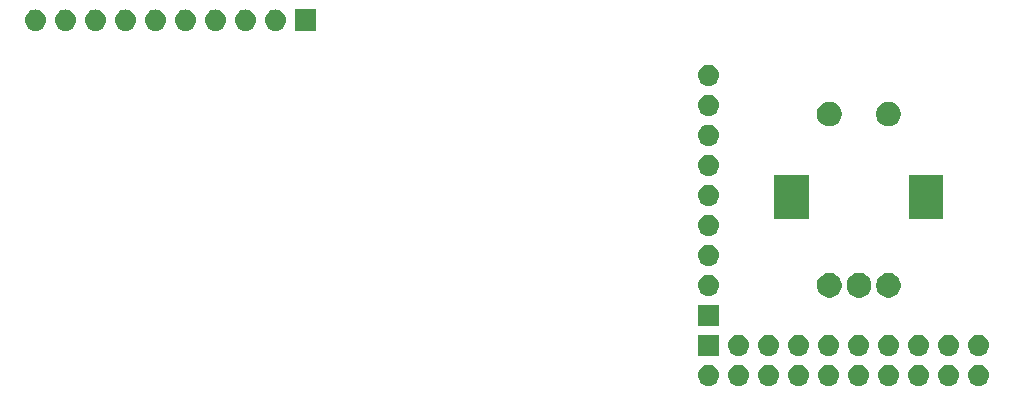
<source format=gbs>
G04 #@! TF.GenerationSoftware,KiCad,Pcbnew,(5.1.4-0)*
G04 #@! TF.CreationDate,2019-11-11T14:35:41+00:00*
G04 #@! TF.ProjectId,2M_DRA818V_Transceiver_tft_encoder,324d5f44-5241-4383-9138-565f5472616e,rev?*
G04 #@! TF.SameCoordinates,Original*
G04 #@! TF.FileFunction,Soldermask,Bot*
G04 #@! TF.FilePolarity,Negative*
%FSLAX46Y46*%
G04 Gerber Fmt 4.6, Leading zero omitted, Abs format (unit mm)*
G04 Created by KiCad (PCBNEW (5.1.4-0)) date 2019-11-11 14:35:41*
%MOMM*%
%LPD*%
G04 APERTURE LIST*
%ADD10C,0.100000*%
G04 APERTURE END LIST*
D10*
G36*
X137016443Y-144012519D02*
G01*
X137082627Y-144019037D01*
X137252466Y-144070557D01*
X137408991Y-144154222D01*
X137444729Y-144183552D01*
X137546186Y-144266814D01*
X137629448Y-144368271D01*
X137658778Y-144404009D01*
X137742443Y-144560534D01*
X137793963Y-144730373D01*
X137811359Y-144907000D01*
X137793963Y-145083627D01*
X137742443Y-145253466D01*
X137658778Y-145409991D01*
X137629448Y-145445729D01*
X137546186Y-145547186D01*
X137444729Y-145630448D01*
X137408991Y-145659778D01*
X137252466Y-145743443D01*
X137082627Y-145794963D01*
X137016442Y-145801482D01*
X136950260Y-145808000D01*
X136861740Y-145808000D01*
X136795558Y-145801482D01*
X136729373Y-145794963D01*
X136559534Y-145743443D01*
X136403009Y-145659778D01*
X136367271Y-145630448D01*
X136265814Y-145547186D01*
X136182552Y-145445729D01*
X136153222Y-145409991D01*
X136069557Y-145253466D01*
X136018037Y-145083627D01*
X136000641Y-144907000D01*
X136018037Y-144730373D01*
X136069557Y-144560534D01*
X136153222Y-144404009D01*
X136182552Y-144368271D01*
X136265814Y-144266814D01*
X136367271Y-144183552D01*
X136403009Y-144154222D01*
X136559534Y-144070557D01*
X136729373Y-144019037D01*
X136795557Y-144012519D01*
X136861740Y-144006000D01*
X136950260Y-144006000D01*
X137016443Y-144012519D01*
X137016443Y-144012519D01*
G37*
G36*
X134476443Y-144012519D02*
G01*
X134542627Y-144019037D01*
X134712466Y-144070557D01*
X134868991Y-144154222D01*
X134904729Y-144183552D01*
X135006186Y-144266814D01*
X135089448Y-144368271D01*
X135118778Y-144404009D01*
X135202443Y-144560534D01*
X135253963Y-144730373D01*
X135271359Y-144907000D01*
X135253963Y-145083627D01*
X135202443Y-145253466D01*
X135118778Y-145409991D01*
X135089448Y-145445729D01*
X135006186Y-145547186D01*
X134904729Y-145630448D01*
X134868991Y-145659778D01*
X134712466Y-145743443D01*
X134542627Y-145794963D01*
X134476442Y-145801482D01*
X134410260Y-145808000D01*
X134321740Y-145808000D01*
X134255558Y-145801482D01*
X134189373Y-145794963D01*
X134019534Y-145743443D01*
X133863009Y-145659778D01*
X133827271Y-145630448D01*
X133725814Y-145547186D01*
X133642552Y-145445729D01*
X133613222Y-145409991D01*
X133529557Y-145253466D01*
X133478037Y-145083627D01*
X133460641Y-144907000D01*
X133478037Y-144730373D01*
X133529557Y-144560534D01*
X133613222Y-144404009D01*
X133642552Y-144368271D01*
X133725814Y-144266814D01*
X133827271Y-144183552D01*
X133863009Y-144154222D01*
X134019534Y-144070557D01*
X134189373Y-144019037D01*
X134255557Y-144012519D01*
X134321740Y-144006000D01*
X134410260Y-144006000D01*
X134476443Y-144012519D01*
X134476443Y-144012519D01*
G37*
G36*
X131936443Y-144012519D02*
G01*
X132002627Y-144019037D01*
X132172466Y-144070557D01*
X132328991Y-144154222D01*
X132364729Y-144183552D01*
X132466186Y-144266814D01*
X132549448Y-144368271D01*
X132578778Y-144404009D01*
X132662443Y-144560534D01*
X132713963Y-144730373D01*
X132731359Y-144907000D01*
X132713963Y-145083627D01*
X132662443Y-145253466D01*
X132578778Y-145409991D01*
X132549448Y-145445729D01*
X132466186Y-145547186D01*
X132364729Y-145630448D01*
X132328991Y-145659778D01*
X132172466Y-145743443D01*
X132002627Y-145794963D01*
X131936442Y-145801482D01*
X131870260Y-145808000D01*
X131781740Y-145808000D01*
X131715558Y-145801482D01*
X131649373Y-145794963D01*
X131479534Y-145743443D01*
X131323009Y-145659778D01*
X131287271Y-145630448D01*
X131185814Y-145547186D01*
X131102552Y-145445729D01*
X131073222Y-145409991D01*
X130989557Y-145253466D01*
X130938037Y-145083627D01*
X130920641Y-144907000D01*
X130938037Y-144730373D01*
X130989557Y-144560534D01*
X131073222Y-144404009D01*
X131102552Y-144368271D01*
X131185814Y-144266814D01*
X131287271Y-144183552D01*
X131323009Y-144154222D01*
X131479534Y-144070557D01*
X131649373Y-144019037D01*
X131715557Y-144012519D01*
X131781740Y-144006000D01*
X131870260Y-144006000D01*
X131936443Y-144012519D01*
X131936443Y-144012519D01*
G37*
G36*
X129396443Y-144012519D02*
G01*
X129462627Y-144019037D01*
X129632466Y-144070557D01*
X129788991Y-144154222D01*
X129824729Y-144183552D01*
X129926186Y-144266814D01*
X130009448Y-144368271D01*
X130038778Y-144404009D01*
X130122443Y-144560534D01*
X130173963Y-144730373D01*
X130191359Y-144907000D01*
X130173963Y-145083627D01*
X130122443Y-145253466D01*
X130038778Y-145409991D01*
X130009448Y-145445729D01*
X129926186Y-145547186D01*
X129824729Y-145630448D01*
X129788991Y-145659778D01*
X129632466Y-145743443D01*
X129462627Y-145794963D01*
X129396442Y-145801482D01*
X129330260Y-145808000D01*
X129241740Y-145808000D01*
X129175558Y-145801482D01*
X129109373Y-145794963D01*
X128939534Y-145743443D01*
X128783009Y-145659778D01*
X128747271Y-145630448D01*
X128645814Y-145547186D01*
X128562552Y-145445729D01*
X128533222Y-145409991D01*
X128449557Y-145253466D01*
X128398037Y-145083627D01*
X128380641Y-144907000D01*
X128398037Y-144730373D01*
X128449557Y-144560534D01*
X128533222Y-144404009D01*
X128562552Y-144368271D01*
X128645814Y-144266814D01*
X128747271Y-144183552D01*
X128783009Y-144154222D01*
X128939534Y-144070557D01*
X129109373Y-144019037D01*
X129175557Y-144012519D01*
X129241740Y-144006000D01*
X129330260Y-144006000D01*
X129396443Y-144012519D01*
X129396443Y-144012519D01*
G37*
G36*
X126856443Y-144012519D02*
G01*
X126922627Y-144019037D01*
X127092466Y-144070557D01*
X127248991Y-144154222D01*
X127284729Y-144183552D01*
X127386186Y-144266814D01*
X127469448Y-144368271D01*
X127498778Y-144404009D01*
X127582443Y-144560534D01*
X127633963Y-144730373D01*
X127651359Y-144907000D01*
X127633963Y-145083627D01*
X127582443Y-145253466D01*
X127498778Y-145409991D01*
X127469448Y-145445729D01*
X127386186Y-145547186D01*
X127284729Y-145630448D01*
X127248991Y-145659778D01*
X127092466Y-145743443D01*
X126922627Y-145794963D01*
X126856442Y-145801482D01*
X126790260Y-145808000D01*
X126701740Y-145808000D01*
X126635558Y-145801482D01*
X126569373Y-145794963D01*
X126399534Y-145743443D01*
X126243009Y-145659778D01*
X126207271Y-145630448D01*
X126105814Y-145547186D01*
X126022552Y-145445729D01*
X125993222Y-145409991D01*
X125909557Y-145253466D01*
X125858037Y-145083627D01*
X125840641Y-144907000D01*
X125858037Y-144730373D01*
X125909557Y-144560534D01*
X125993222Y-144404009D01*
X126022552Y-144368271D01*
X126105814Y-144266814D01*
X126207271Y-144183552D01*
X126243009Y-144154222D01*
X126399534Y-144070557D01*
X126569373Y-144019037D01*
X126635557Y-144012519D01*
X126701740Y-144006000D01*
X126790260Y-144006000D01*
X126856443Y-144012519D01*
X126856443Y-144012519D01*
G37*
G36*
X124316443Y-144012519D02*
G01*
X124382627Y-144019037D01*
X124552466Y-144070557D01*
X124708991Y-144154222D01*
X124744729Y-144183552D01*
X124846186Y-144266814D01*
X124929448Y-144368271D01*
X124958778Y-144404009D01*
X125042443Y-144560534D01*
X125093963Y-144730373D01*
X125111359Y-144907000D01*
X125093963Y-145083627D01*
X125042443Y-145253466D01*
X124958778Y-145409991D01*
X124929448Y-145445729D01*
X124846186Y-145547186D01*
X124744729Y-145630448D01*
X124708991Y-145659778D01*
X124552466Y-145743443D01*
X124382627Y-145794963D01*
X124316442Y-145801482D01*
X124250260Y-145808000D01*
X124161740Y-145808000D01*
X124095558Y-145801482D01*
X124029373Y-145794963D01*
X123859534Y-145743443D01*
X123703009Y-145659778D01*
X123667271Y-145630448D01*
X123565814Y-145547186D01*
X123482552Y-145445729D01*
X123453222Y-145409991D01*
X123369557Y-145253466D01*
X123318037Y-145083627D01*
X123300641Y-144907000D01*
X123318037Y-144730373D01*
X123369557Y-144560534D01*
X123453222Y-144404009D01*
X123482552Y-144368271D01*
X123565814Y-144266814D01*
X123667271Y-144183552D01*
X123703009Y-144154222D01*
X123859534Y-144070557D01*
X124029373Y-144019037D01*
X124095557Y-144012519D01*
X124161740Y-144006000D01*
X124250260Y-144006000D01*
X124316443Y-144012519D01*
X124316443Y-144012519D01*
G37*
G36*
X121776443Y-144012519D02*
G01*
X121842627Y-144019037D01*
X122012466Y-144070557D01*
X122168991Y-144154222D01*
X122204729Y-144183552D01*
X122306186Y-144266814D01*
X122389448Y-144368271D01*
X122418778Y-144404009D01*
X122502443Y-144560534D01*
X122553963Y-144730373D01*
X122571359Y-144907000D01*
X122553963Y-145083627D01*
X122502443Y-145253466D01*
X122418778Y-145409991D01*
X122389448Y-145445729D01*
X122306186Y-145547186D01*
X122204729Y-145630448D01*
X122168991Y-145659778D01*
X122012466Y-145743443D01*
X121842627Y-145794963D01*
X121776442Y-145801482D01*
X121710260Y-145808000D01*
X121621740Y-145808000D01*
X121555558Y-145801482D01*
X121489373Y-145794963D01*
X121319534Y-145743443D01*
X121163009Y-145659778D01*
X121127271Y-145630448D01*
X121025814Y-145547186D01*
X120942552Y-145445729D01*
X120913222Y-145409991D01*
X120829557Y-145253466D01*
X120778037Y-145083627D01*
X120760641Y-144907000D01*
X120778037Y-144730373D01*
X120829557Y-144560534D01*
X120913222Y-144404009D01*
X120942552Y-144368271D01*
X121025814Y-144266814D01*
X121127271Y-144183552D01*
X121163009Y-144154222D01*
X121319534Y-144070557D01*
X121489373Y-144019037D01*
X121555557Y-144012519D01*
X121621740Y-144006000D01*
X121710260Y-144006000D01*
X121776443Y-144012519D01*
X121776443Y-144012519D01*
G37*
G36*
X119236443Y-144012519D02*
G01*
X119302627Y-144019037D01*
X119472466Y-144070557D01*
X119628991Y-144154222D01*
X119664729Y-144183552D01*
X119766186Y-144266814D01*
X119849448Y-144368271D01*
X119878778Y-144404009D01*
X119962443Y-144560534D01*
X120013963Y-144730373D01*
X120031359Y-144907000D01*
X120013963Y-145083627D01*
X119962443Y-145253466D01*
X119878778Y-145409991D01*
X119849448Y-145445729D01*
X119766186Y-145547186D01*
X119664729Y-145630448D01*
X119628991Y-145659778D01*
X119472466Y-145743443D01*
X119302627Y-145794963D01*
X119236442Y-145801482D01*
X119170260Y-145808000D01*
X119081740Y-145808000D01*
X119015558Y-145801482D01*
X118949373Y-145794963D01*
X118779534Y-145743443D01*
X118623009Y-145659778D01*
X118587271Y-145630448D01*
X118485814Y-145547186D01*
X118402552Y-145445729D01*
X118373222Y-145409991D01*
X118289557Y-145253466D01*
X118238037Y-145083627D01*
X118220641Y-144907000D01*
X118238037Y-144730373D01*
X118289557Y-144560534D01*
X118373222Y-144404009D01*
X118402552Y-144368271D01*
X118485814Y-144266814D01*
X118587271Y-144183552D01*
X118623009Y-144154222D01*
X118779534Y-144070557D01*
X118949373Y-144019037D01*
X119015557Y-144012519D01*
X119081740Y-144006000D01*
X119170260Y-144006000D01*
X119236443Y-144012519D01*
X119236443Y-144012519D01*
G37*
G36*
X116696443Y-144012519D02*
G01*
X116762627Y-144019037D01*
X116932466Y-144070557D01*
X117088991Y-144154222D01*
X117124729Y-144183552D01*
X117226186Y-144266814D01*
X117309448Y-144368271D01*
X117338778Y-144404009D01*
X117422443Y-144560534D01*
X117473963Y-144730373D01*
X117491359Y-144907000D01*
X117473963Y-145083627D01*
X117422443Y-145253466D01*
X117338778Y-145409991D01*
X117309448Y-145445729D01*
X117226186Y-145547186D01*
X117124729Y-145630448D01*
X117088991Y-145659778D01*
X116932466Y-145743443D01*
X116762627Y-145794963D01*
X116696442Y-145801482D01*
X116630260Y-145808000D01*
X116541740Y-145808000D01*
X116475558Y-145801482D01*
X116409373Y-145794963D01*
X116239534Y-145743443D01*
X116083009Y-145659778D01*
X116047271Y-145630448D01*
X115945814Y-145547186D01*
X115862552Y-145445729D01*
X115833222Y-145409991D01*
X115749557Y-145253466D01*
X115698037Y-145083627D01*
X115680641Y-144907000D01*
X115698037Y-144730373D01*
X115749557Y-144560534D01*
X115833222Y-144404009D01*
X115862552Y-144368271D01*
X115945814Y-144266814D01*
X116047271Y-144183552D01*
X116083009Y-144154222D01*
X116239534Y-144070557D01*
X116409373Y-144019037D01*
X116475557Y-144012519D01*
X116541740Y-144006000D01*
X116630260Y-144006000D01*
X116696443Y-144012519D01*
X116696443Y-144012519D01*
G37*
G36*
X114156443Y-144012519D02*
G01*
X114222627Y-144019037D01*
X114392466Y-144070557D01*
X114548991Y-144154222D01*
X114584729Y-144183552D01*
X114686186Y-144266814D01*
X114769448Y-144368271D01*
X114798778Y-144404009D01*
X114882443Y-144560534D01*
X114933963Y-144730373D01*
X114951359Y-144907000D01*
X114933963Y-145083627D01*
X114882443Y-145253466D01*
X114798778Y-145409991D01*
X114769448Y-145445729D01*
X114686186Y-145547186D01*
X114584729Y-145630448D01*
X114548991Y-145659778D01*
X114392466Y-145743443D01*
X114222627Y-145794963D01*
X114156442Y-145801482D01*
X114090260Y-145808000D01*
X114001740Y-145808000D01*
X113935558Y-145801482D01*
X113869373Y-145794963D01*
X113699534Y-145743443D01*
X113543009Y-145659778D01*
X113507271Y-145630448D01*
X113405814Y-145547186D01*
X113322552Y-145445729D01*
X113293222Y-145409991D01*
X113209557Y-145253466D01*
X113158037Y-145083627D01*
X113140641Y-144907000D01*
X113158037Y-144730373D01*
X113209557Y-144560534D01*
X113293222Y-144404009D01*
X113322552Y-144368271D01*
X113405814Y-144266814D01*
X113507271Y-144183552D01*
X113543009Y-144154222D01*
X113699534Y-144070557D01*
X113869373Y-144019037D01*
X113935557Y-144012519D01*
X114001740Y-144006000D01*
X114090260Y-144006000D01*
X114156443Y-144012519D01*
X114156443Y-144012519D01*
G37*
G36*
X114947000Y-143268000D02*
G01*
X113145000Y-143268000D01*
X113145000Y-141466000D01*
X114947000Y-141466000D01*
X114947000Y-143268000D01*
X114947000Y-143268000D01*
G37*
G36*
X126856442Y-141472518D02*
G01*
X126922627Y-141479037D01*
X127092466Y-141530557D01*
X127248991Y-141614222D01*
X127284729Y-141643552D01*
X127386186Y-141726814D01*
X127469448Y-141828271D01*
X127498778Y-141864009D01*
X127582443Y-142020534D01*
X127633963Y-142190373D01*
X127651359Y-142367000D01*
X127633963Y-142543627D01*
X127582443Y-142713466D01*
X127498778Y-142869991D01*
X127469448Y-142905729D01*
X127386186Y-143007186D01*
X127284729Y-143090448D01*
X127248991Y-143119778D01*
X127092466Y-143203443D01*
X126922627Y-143254963D01*
X126856443Y-143261481D01*
X126790260Y-143268000D01*
X126701740Y-143268000D01*
X126635557Y-143261481D01*
X126569373Y-143254963D01*
X126399534Y-143203443D01*
X126243009Y-143119778D01*
X126207271Y-143090448D01*
X126105814Y-143007186D01*
X126022552Y-142905729D01*
X125993222Y-142869991D01*
X125909557Y-142713466D01*
X125858037Y-142543627D01*
X125840641Y-142367000D01*
X125858037Y-142190373D01*
X125909557Y-142020534D01*
X125993222Y-141864009D01*
X126022552Y-141828271D01*
X126105814Y-141726814D01*
X126207271Y-141643552D01*
X126243009Y-141614222D01*
X126399534Y-141530557D01*
X126569373Y-141479037D01*
X126635558Y-141472518D01*
X126701740Y-141466000D01*
X126790260Y-141466000D01*
X126856442Y-141472518D01*
X126856442Y-141472518D01*
G37*
G36*
X137016442Y-141472518D02*
G01*
X137082627Y-141479037D01*
X137252466Y-141530557D01*
X137408991Y-141614222D01*
X137444729Y-141643552D01*
X137546186Y-141726814D01*
X137629448Y-141828271D01*
X137658778Y-141864009D01*
X137742443Y-142020534D01*
X137793963Y-142190373D01*
X137811359Y-142367000D01*
X137793963Y-142543627D01*
X137742443Y-142713466D01*
X137658778Y-142869991D01*
X137629448Y-142905729D01*
X137546186Y-143007186D01*
X137444729Y-143090448D01*
X137408991Y-143119778D01*
X137252466Y-143203443D01*
X137082627Y-143254963D01*
X137016443Y-143261481D01*
X136950260Y-143268000D01*
X136861740Y-143268000D01*
X136795557Y-143261481D01*
X136729373Y-143254963D01*
X136559534Y-143203443D01*
X136403009Y-143119778D01*
X136367271Y-143090448D01*
X136265814Y-143007186D01*
X136182552Y-142905729D01*
X136153222Y-142869991D01*
X136069557Y-142713466D01*
X136018037Y-142543627D01*
X136000641Y-142367000D01*
X136018037Y-142190373D01*
X136069557Y-142020534D01*
X136153222Y-141864009D01*
X136182552Y-141828271D01*
X136265814Y-141726814D01*
X136367271Y-141643552D01*
X136403009Y-141614222D01*
X136559534Y-141530557D01*
X136729373Y-141479037D01*
X136795558Y-141472518D01*
X136861740Y-141466000D01*
X136950260Y-141466000D01*
X137016442Y-141472518D01*
X137016442Y-141472518D01*
G37*
G36*
X134476442Y-141472518D02*
G01*
X134542627Y-141479037D01*
X134712466Y-141530557D01*
X134868991Y-141614222D01*
X134904729Y-141643552D01*
X135006186Y-141726814D01*
X135089448Y-141828271D01*
X135118778Y-141864009D01*
X135202443Y-142020534D01*
X135253963Y-142190373D01*
X135271359Y-142367000D01*
X135253963Y-142543627D01*
X135202443Y-142713466D01*
X135118778Y-142869991D01*
X135089448Y-142905729D01*
X135006186Y-143007186D01*
X134904729Y-143090448D01*
X134868991Y-143119778D01*
X134712466Y-143203443D01*
X134542627Y-143254963D01*
X134476443Y-143261481D01*
X134410260Y-143268000D01*
X134321740Y-143268000D01*
X134255557Y-143261481D01*
X134189373Y-143254963D01*
X134019534Y-143203443D01*
X133863009Y-143119778D01*
X133827271Y-143090448D01*
X133725814Y-143007186D01*
X133642552Y-142905729D01*
X133613222Y-142869991D01*
X133529557Y-142713466D01*
X133478037Y-142543627D01*
X133460641Y-142367000D01*
X133478037Y-142190373D01*
X133529557Y-142020534D01*
X133613222Y-141864009D01*
X133642552Y-141828271D01*
X133725814Y-141726814D01*
X133827271Y-141643552D01*
X133863009Y-141614222D01*
X134019534Y-141530557D01*
X134189373Y-141479037D01*
X134255558Y-141472518D01*
X134321740Y-141466000D01*
X134410260Y-141466000D01*
X134476442Y-141472518D01*
X134476442Y-141472518D01*
G37*
G36*
X131936442Y-141472518D02*
G01*
X132002627Y-141479037D01*
X132172466Y-141530557D01*
X132328991Y-141614222D01*
X132364729Y-141643552D01*
X132466186Y-141726814D01*
X132549448Y-141828271D01*
X132578778Y-141864009D01*
X132662443Y-142020534D01*
X132713963Y-142190373D01*
X132731359Y-142367000D01*
X132713963Y-142543627D01*
X132662443Y-142713466D01*
X132578778Y-142869991D01*
X132549448Y-142905729D01*
X132466186Y-143007186D01*
X132364729Y-143090448D01*
X132328991Y-143119778D01*
X132172466Y-143203443D01*
X132002627Y-143254963D01*
X131936443Y-143261481D01*
X131870260Y-143268000D01*
X131781740Y-143268000D01*
X131715557Y-143261481D01*
X131649373Y-143254963D01*
X131479534Y-143203443D01*
X131323009Y-143119778D01*
X131287271Y-143090448D01*
X131185814Y-143007186D01*
X131102552Y-142905729D01*
X131073222Y-142869991D01*
X130989557Y-142713466D01*
X130938037Y-142543627D01*
X130920641Y-142367000D01*
X130938037Y-142190373D01*
X130989557Y-142020534D01*
X131073222Y-141864009D01*
X131102552Y-141828271D01*
X131185814Y-141726814D01*
X131287271Y-141643552D01*
X131323009Y-141614222D01*
X131479534Y-141530557D01*
X131649373Y-141479037D01*
X131715558Y-141472518D01*
X131781740Y-141466000D01*
X131870260Y-141466000D01*
X131936442Y-141472518D01*
X131936442Y-141472518D01*
G37*
G36*
X129396442Y-141472518D02*
G01*
X129462627Y-141479037D01*
X129632466Y-141530557D01*
X129788991Y-141614222D01*
X129824729Y-141643552D01*
X129926186Y-141726814D01*
X130009448Y-141828271D01*
X130038778Y-141864009D01*
X130122443Y-142020534D01*
X130173963Y-142190373D01*
X130191359Y-142367000D01*
X130173963Y-142543627D01*
X130122443Y-142713466D01*
X130038778Y-142869991D01*
X130009448Y-142905729D01*
X129926186Y-143007186D01*
X129824729Y-143090448D01*
X129788991Y-143119778D01*
X129632466Y-143203443D01*
X129462627Y-143254963D01*
X129396443Y-143261481D01*
X129330260Y-143268000D01*
X129241740Y-143268000D01*
X129175557Y-143261481D01*
X129109373Y-143254963D01*
X128939534Y-143203443D01*
X128783009Y-143119778D01*
X128747271Y-143090448D01*
X128645814Y-143007186D01*
X128562552Y-142905729D01*
X128533222Y-142869991D01*
X128449557Y-142713466D01*
X128398037Y-142543627D01*
X128380641Y-142367000D01*
X128398037Y-142190373D01*
X128449557Y-142020534D01*
X128533222Y-141864009D01*
X128562552Y-141828271D01*
X128645814Y-141726814D01*
X128747271Y-141643552D01*
X128783009Y-141614222D01*
X128939534Y-141530557D01*
X129109373Y-141479037D01*
X129175558Y-141472518D01*
X129241740Y-141466000D01*
X129330260Y-141466000D01*
X129396442Y-141472518D01*
X129396442Y-141472518D01*
G37*
G36*
X124316442Y-141472518D02*
G01*
X124382627Y-141479037D01*
X124552466Y-141530557D01*
X124708991Y-141614222D01*
X124744729Y-141643552D01*
X124846186Y-141726814D01*
X124929448Y-141828271D01*
X124958778Y-141864009D01*
X125042443Y-142020534D01*
X125093963Y-142190373D01*
X125111359Y-142367000D01*
X125093963Y-142543627D01*
X125042443Y-142713466D01*
X124958778Y-142869991D01*
X124929448Y-142905729D01*
X124846186Y-143007186D01*
X124744729Y-143090448D01*
X124708991Y-143119778D01*
X124552466Y-143203443D01*
X124382627Y-143254963D01*
X124316443Y-143261481D01*
X124250260Y-143268000D01*
X124161740Y-143268000D01*
X124095557Y-143261481D01*
X124029373Y-143254963D01*
X123859534Y-143203443D01*
X123703009Y-143119778D01*
X123667271Y-143090448D01*
X123565814Y-143007186D01*
X123482552Y-142905729D01*
X123453222Y-142869991D01*
X123369557Y-142713466D01*
X123318037Y-142543627D01*
X123300641Y-142367000D01*
X123318037Y-142190373D01*
X123369557Y-142020534D01*
X123453222Y-141864009D01*
X123482552Y-141828271D01*
X123565814Y-141726814D01*
X123667271Y-141643552D01*
X123703009Y-141614222D01*
X123859534Y-141530557D01*
X124029373Y-141479037D01*
X124095558Y-141472518D01*
X124161740Y-141466000D01*
X124250260Y-141466000D01*
X124316442Y-141472518D01*
X124316442Y-141472518D01*
G37*
G36*
X121776442Y-141472518D02*
G01*
X121842627Y-141479037D01*
X122012466Y-141530557D01*
X122168991Y-141614222D01*
X122204729Y-141643552D01*
X122306186Y-141726814D01*
X122389448Y-141828271D01*
X122418778Y-141864009D01*
X122502443Y-142020534D01*
X122553963Y-142190373D01*
X122571359Y-142367000D01*
X122553963Y-142543627D01*
X122502443Y-142713466D01*
X122418778Y-142869991D01*
X122389448Y-142905729D01*
X122306186Y-143007186D01*
X122204729Y-143090448D01*
X122168991Y-143119778D01*
X122012466Y-143203443D01*
X121842627Y-143254963D01*
X121776443Y-143261481D01*
X121710260Y-143268000D01*
X121621740Y-143268000D01*
X121555557Y-143261481D01*
X121489373Y-143254963D01*
X121319534Y-143203443D01*
X121163009Y-143119778D01*
X121127271Y-143090448D01*
X121025814Y-143007186D01*
X120942552Y-142905729D01*
X120913222Y-142869991D01*
X120829557Y-142713466D01*
X120778037Y-142543627D01*
X120760641Y-142367000D01*
X120778037Y-142190373D01*
X120829557Y-142020534D01*
X120913222Y-141864009D01*
X120942552Y-141828271D01*
X121025814Y-141726814D01*
X121127271Y-141643552D01*
X121163009Y-141614222D01*
X121319534Y-141530557D01*
X121489373Y-141479037D01*
X121555558Y-141472518D01*
X121621740Y-141466000D01*
X121710260Y-141466000D01*
X121776442Y-141472518D01*
X121776442Y-141472518D01*
G37*
G36*
X119236442Y-141472518D02*
G01*
X119302627Y-141479037D01*
X119472466Y-141530557D01*
X119628991Y-141614222D01*
X119664729Y-141643552D01*
X119766186Y-141726814D01*
X119849448Y-141828271D01*
X119878778Y-141864009D01*
X119962443Y-142020534D01*
X120013963Y-142190373D01*
X120031359Y-142367000D01*
X120013963Y-142543627D01*
X119962443Y-142713466D01*
X119878778Y-142869991D01*
X119849448Y-142905729D01*
X119766186Y-143007186D01*
X119664729Y-143090448D01*
X119628991Y-143119778D01*
X119472466Y-143203443D01*
X119302627Y-143254963D01*
X119236443Y-143261481D01*
X119170260Y-143268000D01*
X119081740Y-143268000D01*
X119015557Y-143261481D01*
X118949373Y-143254963D01*
X118779534Y-143203443D01*
X118623009Y-143119778D01*
X118587271Y-143090448D01*
X118485814Y-143007186D01*
X118402552Y-142905729D01*
X118373222Y-142869991D01*
X118289557Y-142713466D01*
X118238037Y-142543627D01*
X118220641Y-142367000D01*
X118238037Y-142190373D01*
X118289557Y-142020534D01*
X118373222Y-141864009D01*
X118402552Y-141828271D01*
X118485814Y-141726814D01*
X118587271Y-141643552D01*
X118623009Y-141614222D01*
X118779534Y-141530557D01*
X118949373Y-141479037D01*
X119015558Y-141472518D01*
X119081740Y-141466000D01*
X119170260Y-141466000D01*
X119236442Y-141472518D01*
X119236442Y-141472518D01*
G37*
G36*
X116696442Y-141472518D02*
G01*
X116762627Y-141479037D01*
X116932466Y-141530557D01*
X117088991Y-141614222D01*
X117124729Y-141643552D01*
X117226186Y-141726814D01*
X117309448Y-141828271D01*
X117338778Y-141864009D01*
X117422443Y-142020534D01*
X117473963Y-142190373D01*
X117491359Y-142367000D01*
X117473963Y-142543627D01*
X117422443Y-142713466D01*
X117338778Y-142869991D01*
X117309448Y-142905729D01*
X117226186Y-143007186D01*
X117124729Y-143090448D01*
X117088991Y-143119778D01*
X116932466Y-143203443D01*
X116762627Y-143254963D01*
X116696443Y-143261481D01*
X116630260Y-143268000D01*
X116541740Y-143268000D01*
X116475557Y-143261481D01*
X116409373Y-143254963D01*
X116239534Y-143203443D01*
X116083009Y-143119778D01*
X116047271Y-143090448D01*
X115945814Y-143007186D01*
X115862552Y-142905729D01*
X115833222Y-142869991D01*
X115749557Y-142713466D01*
X115698037Y-142543627D01*
X115680641Y-142367000D01*
X115698037Y-142190373D01*
X115749557Y-142020534D01*
X115833222Y-141864009D01*
X115862552Y-141828271D01*
X115945814Y-141726814D01*
X116047271Y-141643552D01*
X116083009Y-141614222D01*
X116239534Y-141530557D01*
X116409373Y-141479037D01*
X116475558Y-141472518D01*
X116541740Y-141466000D01*
X116630260Y-141466000D01*
X116696442Y-141472518D01*
X116696442Y-141472518D01*
G37*
G36*
X114947000Y-140728000D02*
G01*
X113145000Y-140728000D01*
X113145000Y-138926000D01*
X114947000Y-138926000D01*
X114947000Y-140728000D01*
X114947000Y-140728000D01*
G37*
G36*
X129592564Y-136276389D02*
G01*
X129783833Y-136355615D01*
X129783835Y-136355616D01*
X129848819Y-136399037D01*
X129955973Y-136470635D01*
X130102365Y-136617027D01*
X130217385Y-136789167D01*
X130296611Y-136980436D01*
X130337000Y-137183484D01*
X130337000Y-137390516D01*
X130296611Y-137593564D01*
X130280083Y-137633466D01*
X130217384Y-137784835D01*
X130102365Y-137956973D01*
X129955973Y-138103365D01*
X129783835Y-138218384D01*
X129783834Y-138218385D01*
X129783833Y-138218385D01*
X129592564Y-138297611D01*
X129389516Y-138338000D01*
X129182484Y-138338000D01*
X128979436Y-138297611D01*
X128788167Y-138218385D01*
X128788166Y-138218385D01*
X128788165Y-138218384D01*
X128616027Y-138103365D01*
X128469635Y-137956973D01*
X128354616Y-137784835D01*
X128291917Y-137633466D01*
X128275389Y-137593564D01*
X128235000Y-137390516D01*
X128235000Y-137183484D01*
X128275389Y-136980436D01*
X128354615Y-136789167D01*
X128469635Y-136617027D01*
X128616027Y-136470635D01*
X128723181Y-136399037D01*
X128788165Y-136355616D01*
X128788167Y-136355615D01*
X128979436Y-136276389D01*
X129182484Y-136236000D01*
X129389516Y-136236000D01*
X129592564Y-136276389D01*
X129592564Y-136276389D01*
G37*
G36*
X127092564Y-136276389D02*
G01*
X127283833Y-136355615D01*
X127283835Y-136355616D01*
X127348819Y-136399037D01*
X127455973Y-136470635D01*
X127602365Y-136617027D01*
X127717385Y-136789167D01*
X127796611Y-136980436D01*
X127837000Y-137183484D01*
X127837000Y-137390516D01*
X127796611Y-137593564D01*
X127780083Y-137633466D01*
X127717384Y-137784835D01*
X127602365Y-137956973D01*
X127455973Y-138103365D01*
X127283835Y-138218384D01*
X127283834Y-138218385D01*
X127283833Y-138218385D01*
X127092564Y-138297611D01*
X126889516Y-138338000D01*
X126682484Y-138338000D01*
X126479436Y-138297611D01*
X126288167Y-138218385D01*
X126288166Y-138218385D01*
X126288165Y-138218384D01*
X126116027Y-138103365D01*
X125969635Y-137956973D01*
X125854616Y-137784835D01*
X125791917Y-137633466D01*
X125775389Y-137593564D01*
X125735000Y-137390516D01*
X125735000Y-137183484D01*
X125775389Y-136980436D01*
X125854615Y-136789167D01*
X125969635Y-136617027D01*
X126116027Y-136470635D01*
X126223181Y-136399037D01*
X126288165Y-136355616D01*
X126288167Y-136355615D01*
X126479436Y-136276389D01*
X126682484Y-136236000D01*
X126889516Y-136236000D01*
X127092564Y-136276389D01*
X127092564Y-136276389D01*
G37*
G36*
X124592564Y-136276389D02*
G01*
X124783833Y-136355615D01*
X124783835Y-136355616D01*
X124848819Y-136399037D01*
X124955973Y-136470635D01*
X125102365Y-136617027D01*
X125217385Y-136789167D01*
X125296611Y-136980436D01*
X125337000Y-137183484D01*
X125337000Y-137390516D01*
X125296611Y-137593564D01*
X125280083Y-137633466D01*
X125217384Y-137784835D01*
X125102365Y-137956973D01*
X124955973Y-138103365D01*
X124783835Y-138218384D01*
X124783834Y-138218385D01*
X124783833Y-138218385D01*
X124592564Y-138297611D01*
X124389516Y-138338000D01*
X124182484Y-138338000D01*
X123979436Y-138297611D01*
X123788167Y-138218385D01*
X123788166Y-138218385D01*
X123788165Y-138218384D01*
X123616027Y-138103365D01*
X123469635Y-137956973D01*
X123354616Y-137784835D01*
X123291917Y-137633466D01*
X123275389Y-137593564D01*
X123235000Y-137390516D01*
X123235000Y-137183484D01*
X123275389Y-136980436D01*
X123354615Y-136789167D01*
X123469635Y-136617027D01*
X123616027Y-136470635D01*
X123723181Y-136399037D01*
X123788165Y-136355616D01*
X123788167Y-136355615D01*
X123979436Y-136276389D01*
X124182484Y-136236000D01*
X124389516Y-136236000D01*
X124592564Y-136276389D01*
X124592564Y-136276389D01*
G37*
G36*
X114156443Y-136392519D02*
G01*
X114222627Y-136399037D01*
X114392466Y-136450557D01*
X114548991Y-136534222D01*
X114584729Y-136563552D01*
X114686186Y-136646814D01*
X114769448Y-136748271D01*
X114798778Y-136784009D01*
X114882443Y-136940534D01*
X114933963Y-137110373D01*
X114951359Y-137287000D01*
X114933963Y-137463627D01*
X114882443Y-137633466D01*
X114798778Y-137789991D01*
X114769448Y-137825729D01*
X114686186Y-137927186D01*
X114584729Y-138010448D01*
X114548991Y-138039778D01*
X114392466Y-138123443D01*
X114222627Y-138174963D01*
X114156443Y-138181481D01*
X114090260Y-138188000D01*
X114001740Y-138188000D01*
X113935557Y-138181481D01*
X113869373Y-138174963D01*
X113699534Y-138123443D01*
X113543009Y-138039778D01*
X113507271Y-138010448D01*
X113405814Y-137927186D01*
X113322552Y-137825729D01*
X113293222Y-137789991D01*
X113209557Y-137633466D01*
X113158037Y-137463627D01*
X113140641Y-137287000D01*
X113158037Y-137110373D01*
X113209557Y-136940534D01*
X113293222Y-136784009D01*
X113322552Y-136748271D01*
X113405814Y-136646814D01*
X113507271Y-136563552D01*
X113543009Y-136534222D01*
X113699534Y-136450557D01*
X113869373Y-136399037D01*
X113935557Y-136392519D01*
X114001740Y-136386000D01*
X114090260Y-136386000D01*
X114156443Y-136392519D01*
X114156443Y-136392519D01*
G37*
G36*
X114156442Y-133852518D02*
G01*
X114222627Y-133859037D01*
X114392466Y-133910557D01*
X114548991Y-133994222D01*
X114584729Y-134023552D01*
X114686186Y-134106814D01*
X114769448Y-134208271D01*
X114798778Y-134244009D01*
X114882443Y-134400534D01*
X114933963Y-134570373D01*
X114951359Y-134747000D01*
X114933963Y-134923627D01*
X114882443Y-135093466D01*
X114798778Y-135249991D01*
X114769448Y-135285729D01*
X114686186Y-135387186D01*
X114584729Y-135470448D01*
X114548991Y-135499778D01*
X114392466Y-135583443D01*
X114222627Y-135634963D01*
X114156442Y-135641482D01*
X114090260Y-135648000D01*
X114001740Y-135648000D01*
X113935558Y-135641482D01*
X113869373Y-135634963D01*
X113699534Y-135583443D01*
X113543009Y-135499778D01*
X113507271Y-135470448D01*
X113405814Y-135387186D01*
X113322552Y-135285729D01*
X113293222Y-135249991D01*
X113209557Y-135093466D01*
X113158037Y-134923627D01*
X113140641Y-134747000D01*
X113158037Y-134570373D01*
X113209557Y-134400534D01*
X113293222Y-134244009D01*
X113322552Y-134208271D01*
X113405814Y-134106814D01*
X113507271Y-134023552D01*
X113543009Y-133994222D01*
X113699534Y-133910557D01*
X113869373Y-133859037D01*
X113935558Y-133852518D01*
X114001740Y-133846000D01*
X114090260Y-133846000D01*
X114156442Y-133852518D01*
X114156442Y-133852518D01*
G37*
G36*
X114156442Y-131312518D02*
G01*
X114222627Y-131319037D01*
X114392466Y-131370557D01*
X114548991Y-131454222D01*
X114584729Y-131483552D01*
X114686186Y-131566814D01*
X114769448Y-131668271D01*
X114798778Y-131704009D01*
X114882443Y-131860534D01*
X114933963Y-132030373D01*
X114951359Y-132207000D01*
X114933963Y-132383627D01*
X114882443Y-132553466D01*
X114798778Y-132709991D01*
X114769448Y-132745729D01*
X114686186Y-132847186D01*
X114584729Y-132930448D01*
X114548991Y-132959778D01*
X114392466Y-133043443D01*
X114222627Y-133094963D01*
X114156443Y-133101481D01*
X114090260Y-133108000D01*
X114001740Y-133108000D01*
X113935557Y-133101481D01*
X113869373Y-133094963D01*
X113699534Y-133043443D01*
X113543009Y-132959778D01*
X113507271Y-132930448D01*
X113405814Y-132847186D01*
X113322552Y-132745729D01*
X113293222Y-132709991D01*
X113209557Y-132553466D01*
X113158037Y-132383627D01*
X113140641Y-132207000D01*
X113158037Y-132030373D01*
X113209557Y-131860534D01*
X113293222Y-131704009D01*
X113322552Y-131668271D01*
X113405814Y-131566814D01*
X113507271Y-131483552D01*
X113543009Y-131454222D01*
X113699534Y-131370557D01*
X113869373Y-131319037D01*
X113935558Y-131312518D01*
X114001740Y-131306000D01*
X114090260Y-131306000D01*
X114156442Y-131312518D01*
X114156442Y-131312518D01*
G37*
G36*
X133937000Y-131638000D02*
G01*
X131035000Y-131638000D01*
X131035000Y-127936000D01*
X133937000Y-127936000D01*
X133937000Y-131638000D01*
X133937000Y-131638000D01*
G37*
G36*
X122537000Y-131638000D02*
G01*
X119635000Y-131638000D01*
X119635000Y-127936000D01*
X122537000Y-127936000D01*
X122537000Y-131638000D01*
X122537000Y-131638000D01*
G37*
G36*
X114156442Y-128772518D02*
G01*
X114222627Y-128779037D01*
X114392466Y-128830557D01*
X114548991Y-128914222D01*
X114584729Y-128943552D01*
X114686186Y-129026814D01*
X114769448Y-129128271D01*
X114798778Y-129164009D01*
X114882443Y-129320534D01*
X114933963Y-129490373D01*
X114951359Y-129667000D01*
X114933963Y-129843627D01*
X114882443Y-130013466D01*
X114798778Y-130169991D01*
X114769448Y-130205729D01*
X114686186Y-130307186D01*
X114584729Y-130390448D01*
X114548991Y-130419778D01*
X114392466Y-130503443D01*
X114222627Y-130554963D01*
X114156443Y-130561481D01*
X114090260Y-130568000D01*
X114001740Y-130568000D01*
X113935557Y-130561481D01*
X113869373Y-130554963D01*
X113699534Y-130503443D01*
X113543009Y-130419778D01*
X113507271Y-130390448D01*
X113405814Y-130307186D01*
X113322552Y-130205729D01*
X113293222Y-130169991D01*
X113209557Y-130013466D01*
X113158037Y-129843627D01*
X113140641Y-129667000D01*
X113158037Y-129490373D01*
X113209557Y-129320534D01*
X113293222Y-129164009D01*
X113322552Y-129128271D01*
X113405814Y-129026814D01*
X113507271Y-128943552D01*
X113543009Y-128914222D01*
X113699534Y-128830557D01*
X113869373Y-128779037D01*
X113935558Y-128772518D01*
X114001740Y-128766000D01*
X114090260Y-128766000D01*
X114156442Y-128772518D01*
X114156442Y-128772518D01*
G37*
G36*
X114156442Y-126232518D02*
G01*
X114222627Y-126239037D01*
X114392466Y-126290557D01*
X114548991Y-126374222D01*
X114584729Y-126403552D01*
X114686186Y-126486814D01*
X114769448Y-126588271D01*
X114798778Y-126624009D01*
X114882443Y-126780534D01*
X114933963Y-126950373D01*
X114951359Y-127127000D01*
X114933963Y-127303627D01*
X114882443Y-127473466D01*
X114798778Y-127629991D01*
X114769448Y-127665729D01*
X114686186Y-127767186D01*
X114584729Y-127850448D01*
X114548991Y-127879778D01*
X114392466Y-127963443D01*
X114222627Y-128014963D01*
X114156442Y-128021482D01*
X114090260Y-128028000D01*
X114001740Y-128028000D01*
X113935558Y-128021482D01*
X113869373Y-128014963D01*
X113699534Y-127963443D01*
X113543009Y-127879778D01*
X113507271Y-127850448D01*
X113405814Y-127767186D01*
X113322552Y-127665729D01*
X113293222Y-127629991D01*
X113209557Y-127473466D01*
X113158037Y-127303627D01*
X113140641Y-127127000D01*
X113158037Y-126950373D01*
X113209557Y-126780534D01*
X113293222Y-126624009D01*
X113322552Y-126588271D01*
X113405814Y-126486814D01*
X113507271Y-126403552D01*
X113543009Y-126374222D01*
X113699534Y-126290557D01*
X113869373Y-126239037D01*
X113935558Y-126232518D01*
X114001740Y-126226000D01*
X114090260Y-126226000D01*
X114156442Y-126232518D01*
X114156442Y-126232518D01*
G37*
G36*
X114156443Y-123692519D02*
G01*
X114222627Y-123699037D01*
X114392466Y-123750557D01*
X114548991Y-123834222D01*
X114553594Y-123838000D01*
X114686186Y-123946814D01*
X114769448Y-124048271D01*
X114798778Y-124084009D01*
X114882443Y-124240534D01*
X114933963Y-124410373D01*
X114951359Y-124587000D01*
X114933963Y-124763627D01*
X114882443Y-124933466D01*
X114798778Y-125089991D01*
X114769448Y-125125729D01*
X114686186Y-125227186D01*
X114584729Y-125310448D01*
X114548991Y-125339778D01*
X114392466Y-125423443D01*
X114222627Y-125474963D01*
X114156442Y-125481482D01*
X114090260Y-125488000D01*
X114001740Y-125488000D01*
X113935558Y-125481482D01*
X113869373Y-125474963D01*
X113699534Y-125423443D01*
X113543009Y-125339778D01*
X113507271Y-125310448D01*
X113405814Y-125227186D01*
X113322552Y-125125729D01*
X113293222Y-125089991D01*
X113209557Y-124933466D01*
X113158037Y-124763627D01*
X113140641Y-124587000D01*
X113158037Y-124410373D01*
X113209557Y-124240534D01*
X113293222Y-124084009D01*
X113322552Y-124048271D01*
X113405814Y-123946814D01*
X113538406Y-123838000D01*
X113543009Y-123834222D01*
X113699534Y-123750557D01*
X113869373Y-123699037D01*
X113935557Y-123692519D01*
X114001740Y-123686000D01*
X114090260Y-123686000D01*
X114156443Y-123692519D01*
X114156443Y-123692519D01*
G37*
G36*
X129592564Y-121776389D02*
G01*
X129783833Y-121855615D01*
X129783835Y-121855616D01*
X129955973Y-121970635D01*
X130102365Y-122117027D01*
X130173592Y-122223625D01*
X130217385Y-122289167D01*
X130296611Y-122480436D01*
X130337000Y-122683484D01*
X130337000Y-122890516D01*
X130296611Y-123093564D01*
X130217385Y-123284833D01*
X130217384Y-123284835D01*
X130102365Y-123456973D01*
X129955973Y-123603365D01*
X129783835Y-123718384D01*
X129783834Y-123718385D01*
X129783833Y-123718385D01*
X129592564Y-123797611D01*
X129389516Y-123838000D01*
X129182484Y-123838000D01*
X128979436Y-123797611D01*
X128788167Y-123718385D01*
X128788166Y-123718385D01*
X128788165Y-123718384D01*
X128616027Y-123603365D01*
X128469635Y-123456973D01*
X128354616Y-123284835D01*
X128354615Y-123284833D01*
X128275389Y-123093564D01*
X128235000Y-122890516D01*
X128235000Y-122683484D01*
X128275389Y-122480436D01*
X128354615Y-122289167D01*
X128398409Y-122223625D01*
X128469635Y-122117027D01*
X128616027Y-121970635D01*
X128788165Y-121855616D01*
X128788167Y-121855615D01*
X128979436Y-121776389D01*
X129182484Y-121736000D01*
X129389516Y-121736000D01*
X129592564Y-121776389D01*
X129592564Y-121776389D01*
G37*
G36*
X124592564Y-121776389D02*
G01*
X124783833Y-121855615D01*
X124783835Y-121855616D01*
X124955973Y-121970635D01*
X125102365Y-122117027D01*
X125173592Y-122223625D01*
X125217385Y-122289167D01*
X125296611Y-122480436D01*
X125337000Y-122683484D01*
X125337000Y-122890516D01*
X125296611Y-123093564D01*
X125217385Y-123284833D01*
X125217384Y-123284835D01*
X125102365Y-123456973D01*
X124955973Y-123603365D01*
X124783835Y-123718384D01*
X124783834Y-123718385D01*
X124783833Y-123718385D01*
X124592564Y-123797611D01*
X124389516Y-123838000D01*
X124182484Y-123838000D01*
X123979436Y-123797611D01*
X123788167Y-123718385D01*
X123788166Y-123718385D01*
X123788165Y-123718384D01*
X123616027Y-123603365D01*
X123469635Y-123456973D01*
X123354616Y-123284835D01*
X123354615Y-123284833D01*
X123275389Y-123093564D01*
X123235000Y-122890516D01*
X123235000Y-122683484D01*
X123275389Y-122480436D01*
X123354615Y-122289167D01*
X123398409Y-122223625D01*
X123469635Y-122117027D01*
X123616027Y-121970635D01*
X123788165Y-121855616D01*
X123788167Y-121855615D01*
X123979436Y-121776389D01*
X124182484Y-121736000D01*
X124389516Y-121736000D01*
X124592564Y-121776389D01*
X124592564Y-121776389D01*
G37*
G36*
X114156443Y-121152519D02*
G01*
X114222627Y-121159037D01*
X114392466Y-121210557D01*
X114548991Y-121294222D01*
X114584729Y-121323552D01*
X114686186Y-121406814D01*
X114769448Y-121508271D01*
X114798778Y-121544009D01*
X114882443Y-121700534D01*
X114933963Y-121870373D01*
X114951359Y-122047000D01*
X114933963Y-122223627D01*
X114882443Y-122393466D01*
X114798778Y-122549991D01*
X114769448Y-122585729D01*
X114686186Y-122687186D01*
X114584729Y-122770448D01*
X114548991Y-122799778D01*
X114392466Y-122883443D01*
X114222627Y-122934963D01*
X114156442Y-122941482D01*
X114090260Y-122948000D01*
X114001740Y-122948000D01*
X113935558Y-122941482D01*
X113869373Y-122934963D01*
X113699534Y-122883443D01*
X113543009Y-122799778D01*
X113507271Y-122770448D01*
X113405814Y-122687186D01*
X113322552Y-122585729D01*
X113293222Y-122549991D01*
X113209557Y-122393466D01*
X113158037Y-122223627D01*
X113140641Y-122047000D01*
X113158037Y-121870373D01*
X113209557Y-121700534D01*
X113293222Y-121544009D01*
X113322552Y-121508271D01*
X113405814Y-121406814D01*
X113507271Y-121323552D01*
X113543009Y-121294222D01*
X113699534Y-121210557D01*
X113869373Y-121159037D01*
X113935557Y-121152519D01*
X114001740Y-121146000D01*
X114090260Y-121146000D01*
X114156443Y-121152519D01*
X114156443Y-121152519D01*
G37*
G36*
X114156442Y-118612518D02*
G01*
X114222627Y-118619037D01*
X114392466Y-118670557D01*
X114548991Y-118754222D01*
X114584729Y-118783552D01*
X114686186Y-118866814D01*
X114769448Y-118968271D01*
X114798778Y-119004009D01*
X114882443Y-119160534D01*
X114933963Y-119330373D01*
X114951359Y-119507000D01*
X114933963Y-119683627D01*
X114882443Y-119853466D01*
X114798778Y-120009991D01*
X114769448Y-120045729D01*
X114686186Y-120147186D01*
X114584729Y-120230448D01*
X114548991Y-120259778D01*
X114392466Y-120343443D01*
X114222627Y-120394963D01*
X114156443Y-120401481D01*
X114090260Y-120408000D01*
X114001740Y-120408000D01*
X113935557Y-120401481D01*
X113869373Y-120394963D01*
X113699534Y-120343443D01*
X113543009Y-120259778D01*
X113507271Y-120230448D01*
X113405814Y-120147186D01*
X113322552Y-120045729D01*
X113293222Y-120009991D01*
X113209557Y-119853466D01*
X113158037Y-119683627D01*
X113140641Y-119507000D01*
X113158037Y-119330373D01*
X113209557Y-119160534D01*
X113293222Y-119004009D01*
X113322552Y-118968271D01*
X113405814Y-118866814D01*
X113507271Y-118783552D01*
X113543009Y-118754222D01*
X113699534Y-118670557D01*
X113869373Y-118619037D01*
X113935558Y-118612518D01*
X114001740Y-118606000D01*
X114090260Y-118606000D01*
X114156442Y-118612518D01*
X114156442Y-118612518D01*
G37*
G36*
X62251542Y-113938918D02*
G01*
X62317727Y-113945437D01*
X62487566Y-113996957D01*
X62644091Y-114080622D01*
X62679829Y-114109952D01*
X62781286Y-114193214D01*
X62864548Y-114294671D01*
X62893878Y-114330409D01*
X62977543Y-114486934D01*
X63029063Y-114656773D01*
X63046459Y-114833400D01*
X63029063Y-115010027D01*
X62977543Y-115179866D01*
X62893878Y-115336391D01*
X62864548Y-115372129D01*
X62781286Y-115473586D01*
X62679829Y-115556848D01*
X62644091Y-115586178D01*
X62487566Y-115669843D01*
X62317727Y-115721363D01*
X62251543Y-115727881D01*
X62185360Y-115734400D01*
X62096840Y-115734400D01*
X62030657Y-115727881D01*
X61964473Y-115721363D01*
X61794634Y-115669843D01*
X61638109Y-115586178D01*
X61602371Y-115556848D01*
X61500914Y-115473586D01*
X61417652Y-115372129D01*
X61388322Y-115336391D01*
X61304657Y-115179866D01*
X61253137Y-115010027D01*
X61235741Y-114833400D01*
X61253137Y-114656773D01*
X61304657Y-114486934D01*
X61388322Y-114330409D01*
X61417652Y-114294671D01*
X61500914Y-114193214D01*
X61602371Y-114109952D01*
X61638109Y-114080622D01*
X61794634Y-113996957D01*
X61964473Y-113945437D01*
X62030658Y-113938918D01*
X62096840Y-113932400D01*
X62185360Y-113932400D01*
X62251542Y-113938918D01*
X62251542Y-113938918D01*
G37*
G36*
X64791542Y-113938918D02*
G01*
X64857727Y-113945437D01*
X65027566Y-113996957D01*
X65184091Y-114080622D01*
X65219829Y-114109952D01*
X65321286Y-114193214D01*
X65404548Y-114294671D01*
X65433878Y-114330409D01*
X65517543Y-114486934D01*
X65569063Y-114656773D01*
X65586459Y-114833400D01*
X65569063Y-115010027D01*
X65517543Y-115179866D01*
X65433878Y-115336391D01*
X65404548Y-115372129D01*
X65321286Y-115473586D01*
X65219829Y-115556848D01*
X65184091Y-115586178D01*
X65027566Y-115669843D01*
X64857727Y-115721363D01*
X64791543Y-115727881D01*
X64725360Y-115734400D01*
X64636840Y-115734400D01*
X64570657Y-115727881D01*
X64504473Y-115721363D01*
X64334634Y-115669843D01*
X64178109Y-115586178D01*
X64142371Y-115556848D01*
X64040914Y-115473586D01*
X63957652Y-115372129D01*
X63928322Y-115336391D01*
X63844657Y-115179866D01*
X63793137Y-115010027D01*
X63775741Y-114833400D01*
X63793137Y-114656773D01*
X63844657Y-114486934D01*
X63928322Y-114330409D01*
X63957652Y-114294671D01*
X64040914Y-114193214D01*
X64142371Y-114109952D01*
X64178109Y-114080622D01*
X64334634Y-113996957D01*
X64504473Y-113945437D01*
X64570658Y-113938918D01*
X64636840Y-113932400D01*
X64725360Y-113932400D01*
X64791542Y-113938918D01*
X64791542Y-113938918D01*
G37*
G36*
X80822100Y-115734400D02*
G01*
X79020100Y-115734400D01*
X79020100Y-113932400D01*
X80822100Y-113932400D01*
X80822100Y-115734400D01*
X80822100Y-115734400D01*
G37*
G36*
X77491542Y-113938918D02*
G01*
X77557727Y-113945437D01*
X77727566Y-113996957D01*
X77884091Y-114080622D01*
X77919829Y-114109952D01*
X78021286Y-114193214D01*
X78104548Y-114294671D01*
X78133878Y-114330409D01*
X78217543Y-114486934D01*
X78269063Y-114656773D01*
X78286459Y-114833400D01*
X78269063Y-115010027D01*
X78217543Y-115179866D01*
X78133878Y-115336391D01*
X78104548Y-115372129D01*
X78021286Y-115473586D01*
X77919829Y-115556848D01*
X77884091Y-115586178D01*
X77727566Y-115669843D01*
X77557727Y-115721363D01*
X77491543Y-115727881D01*
X77425360Y-115734400D01*
X77336840Y-115734400D01*
X77270657Y-115727881D01*
X77204473Y-115721363D01*
X77034634Y-115669843D01*
X76878109Y-115586178D01*
X76842371Y-115556848D01*
X76740914Y-115473586D01*
X76657652Y-115372129D01*
X76628322Y-115336391D01*
X76544657Y-115179866D01*
X76493137Y-115010027D01*
X76475741Y-114833400D01*
X76493137Y-114656773D01*
X76544657Y-114486934D01*
X76628322Y-114330409D01*
X76657652Y-114294671D01*
X76740914Y-114193214D01*
X76842371Y-114109952D01*
X76878109Y-114080622D01*
X77034634Y-113996957D01*
X77204473Y-113945437D01*
X77270658Y-113938918D01*
X77336840Y-113932400D01*
X77425360Y-113932400D01*
X77491542Y-113938918D01*
X77491542Y-113938918D01*
G37*
G36*
X74951542Y-113938918D02*
G01*
X75017727Y-113945437D01*
X75187566Y-113996957D01*
X75344091Y-114080622D01*
X75379829Y-114109952D01*
X75481286Y-114193214D01*
X75564548Y-114294671D01*
X75593878Y-114330409D01*
X75677543Y-114486934D01*
X75729063Y-114656773D01*
X75746459Y-114833400D01*
X75729063Y-115010027D01*
X75677543Y-115179866D01*
X75593878Y-115336391D01*
X75564548Y-115372129D01*
X75481286Y-115473586D01*
X75379829Y-115556848D01*
X75344091Y-115586178D01*
X75187566Y-115669843D01*
X75017727Y-115721363D01*
X74951543Y-115727881D01*
X74885360Y-115734400D01*
X74796840Y-115734400D01*
X74730657Y-115727881D01*
X74664473Y-115721363D01*
X74494634Y-115669843D01*
X74338109Y-115586178D01*
X74302371Y-115556848D01*
X74200914Y-115473586D01*
X74117652Y-115372129D01*
X74088322Y-115336391D01*
X74004657Y-115179866D01*
X73953137Y-115010027D01*
X73935741Y-114833400D01*
X73953137Y-114656773D01*
X74004657Y-114486934D01*
X74088322Y-114330409D01*
X74117652Y-114294671D01*
X74200914Y-114193214D01*
X74302371Y-114109952D01*
X74338109Y-114080622D01*
X74494634Y-113996957D01*
X74664473Y-113945437D01*
X74730658Y-113938918D01*
X74796840Y-113932400D01*
X74885360Y-113932400D01*
X74951542Y-113938918D01*
X74951542Y-113938918D01*
G37*
G36*
X72411542Y-113938918D02*
G01*
X72477727Y-113945437D01*
X72647566Y-113996957D01*
X72804091Y-114080622D01*
X72839829Y-114109952D01*
X72941286Y-114193214D01*
X73024548Y-114294671D01*
X73053878Y-114330409D01*
X73137543Y-114486934D01*
X73189063Y-114656773D01*
X73206459Y-114833400D01*
X73189063Y-115010027D01*
X73137543Y-115179866D01*
X73053878Y-115336391D01*
X73024548Y-115372129D01*
X72941286Y-115473586D01*
X72839829Y-115556848D01*
X72804091Y-115586178D01*
X72647566Y-115669843D01*
X72477727Y-115721363D01*
X72411543Y-115727881D01*
X72345360Y-115734400D01*
X72256840Y-115734400D01*
X72190657Y-115727881D01*
X72124473Y-115721363D01*
X71954634Y-115669843D01*
X71798109Y-115586178D01*
X71762371Y-115556848D01*
X71660914Y-115473586D01*
X71577652Y-115372129D01*
X71548322Y-115336391D01*
X71464657Y-115179866D01*
X71413137Y-115010027D01*
X71395741Y-114833400D01*
X71413137Y-114656773D01*
X71464657Y-114486934D01*
X71548322Y-114330409D01*
X71577652Y-114294671D01*
X71660914Y-114193214D01*
X71762371Y-114109952D01*
X71798109Y-114080622D01*
X71954634Y-113996957D01*
X72124473Y-113945437D01*
X72190658Y-113938918D01*
X72256840Y-113932400D01*
X72345360Y-113932400D01*
X72411542Y-113938918D01*
X72411542Y-113938918D01*
G37*
G36*
X69871542Y-113938918D02*
G01*
X69937727Y-113945437D01*
X70107566Y-113996957D01*
X70264091Y-114080622D01*
X70299829Y-114109952D01*
X70401286Y-114193214D01*
X70484548Y-114294671D01*
X70513878Y-114330409D01*
X70597543Y-114486934D01*
X70649063Y-114656773D01*
X70666459Y-114833400D01*
X70649063Y-115010027D01*
X70597543Y-115179866D01*
X70513878Y-115336391D01*
X70484548Y-115372129D01*
X70401286Y-115473586D01*
X70299829Y-115556848D01*
X70264091Y-115586178D01*
X70107566Y-115669843D01*
X69937727Y-115721363D01*
X69871543Y-115727881D01*
X69805360Y-115734400D01*
X69716840Y-115734400D01*
X69650657Y-115727881D01*
X69584473Y-115721363D01*
X69414634Y-115669843D01*
X69258109Y-115586178D01*
X69222371Y-115556848D01*
X69120914Y-115473586D01*
X69037652Y-115372129D01*
X69008322Y-115336391D01*
X68924657Y-115179866D01*
X68873137Y-115010027D01*
X68855741Y-114833400D01*
X68873137Y-114656773D01*
X68924657Y-114486934D01*
X69008322Y-114330409D01*
X69037652Y-114294671D01*
X69120914Y-114193214D01*
X69222371Y-114109952D01*
X69258109Y-114080622D01*
X69414634Y-113996957D01*
X69584473Y-113945437D01*
X69650658Y-113938918D01*
X69716840Y-113932400D01*
X69805360Y-113932400D01*
X69871542Y-113938918D01*
X69871542Y-113938918D01*
G37*
G36*
X67331542Y-113938918D02*
G01*
X67397727Y-113945437D01*
X67567566Y-113996957D01*
X67724091Y-114080622D01*
X67759829Y-114109952D01*
X67861286Y-114193214D01*
X67944548Y-114294671D01*
X67973878Y-114330409D01*
X68057543Y-114486934D01*
X68109063Y-114656773D01*
X68126459Y-114833400D01*
X68109063Y-115010027D01*
X68057543Y-115179866D01*
X67973878Y-115336391D01*
X67944548Y-115372129D01*
X67861286Y-115473586D01*
X67759829Y-115556848D01*
X67724091Y-115586178D01*
X67567566Y-115669843D01*
X67397727Y-115721363D01*
X67331543Y-115727881D01*
X67265360Y-115734400D01*
X67176840Y-115734400D01*
X67110657Y-115727881D01*
X67044473Y-115721363D01*
X66874634Y-115669843D01*
X66718109Y-115586178D01*
X66682371Y-115556848D01*
X66580914Y-115473586D01*
X66497652Y-115372129D01*
X66468322Y-115336391D01*
X66384657Y-115179866D01*
X66333137Y-115010027D01*
X66315741Y-114833400D01*
X66333137Y-114656773D01*
X66384657Y-114486934D01*
X66468322Y-114330409D01*
X66497652Y-114294671D01*
X66580914Y-114193214D01*
X66682371Y-114109952D01*
X66718109Y-114080622D01*
X66874634Y-113996957D01*
X67044473Y-113945437D01*
X67110658Y-113938918D01*
X67176840Y-113932400D01*
X67265360Y-113932400D01*
X67331542Y-113938918D01*
X67331542Y-113938918D01*
G37*
G36*
X57171542Y-113938918D02*
G01*
X57237727Y-113945437D01*
X57407566Y-113996957D01*
X57564091Y-114080622D01*
X57599829Y-114109952D01*
X57701286Y-114193214D01*
X57784548Y-114294671D01*
X57813878Y-114330409D01*
X57897543Y-114486934D01*
X57949063Y-114656773D01*
X57966459Y-114833400D01*
X57949063Y-115010027D01*
X57897543Y-115179866D01*
X57813878Y-115336391D01*
X57784548Y-115372129D01*
X57701286Y-115473586D01*
X57599829Y-115556848D01*
X57564091Y-115586178D01*
X57407566Y-115669843D01*
X57237727Y-115721363D01*
X57171543Y-115727881D01*
X57105360Y-115734400D01*
X57016840Y-115734400D01*
X56950657Y-115727881D01*
X56884473Y-115721363D01*
X56714634Y-115669843D01*
X56558109Y-115586178D01*
X56522371Y-115556848D01*
X56420914Y-115473586D01*
X56337652Y-115372129D01*
X56308322Y-115336391D01*
X56224657Y-115179866D01*
X56173137Y-115010027D01*
X56155741Y-114833400D01*
X56173137Y-114656773D01*
X56224657Y-114486934D01*
X56308322Y-114330409D01*
X56337652Y-114294671D01*
X56420914Y-114193214D01*
X56522371Y-114109952D01*
X56558109Y-114080622D01*
X56714634Y-113996957D01*
X56884473Y-113945437D01*
X56950658Y-113938918D01*
X57016840Y-113932400D01*
X57105360Y-113932400D01*
X57171542Y-113938918D01*
X57171542Y-113938918D01*
G37*
G36*
X59711542Y-113938918D02*
G01*
X59777727Y-113945437D01*
X59947566Y-113996957D01*
X60104091Y-114080622D01*
X60139829Y-114109952D01*
X60241286Y-114193214D01*
X60324548Y-114294671D01*
X60353878Y-114330409D01*
X60437543Y-114486934D01*
X60489063Y-114656773D01*
X60506459Y-114833400D01*
X60489063Y-115010027D01*
X60437543Y-115179866D01*
X60353878Y-115336391D01*
X60324548Y-115372129D01*
X60241286Y-115473586D01*
X60139829Y-115556848D01*
X60104091Y-115586178D01*
X59947566Y-115669843D01*
X59777727Y-115721363D01*
X59711543Y-115727881D01*
X59645360Y-115734400D01*
X59556840Y-115734400D01*
X59490657Y-115727881D01*
X59424473Y-115721363D01*
X59254634Y-115669843D01*
X59098109Y-115586178D01*
X59062371Y-115556848D01*
X58960914Y-115473586D01*
X58877652Y-115372129D01*
X58848322Y-115336391D01*
X58764657Y-115179866D01*
X58713137Y-115010027D01*
X58695741Y-114833400D01*
X58713137Y-114656773D01*
X58764657Y-114486934D01*
X58848322Y-114330409D01*
X58877652Y-114294671D01*
X58960914Y-114193214D01*
X59062371Y-114109952D01*
X59098109Y-114080622D01*
X59254634Y-113996957D01*
X59424473Y-113945437D01*
X59490658Y-113938918D01*
X59556840Y-113932400D01*
X59645360Y-113932400D01*
X59711542Y-113938918D01*
X59711542Y-113938918D01*
G37*
M02*

</source>
